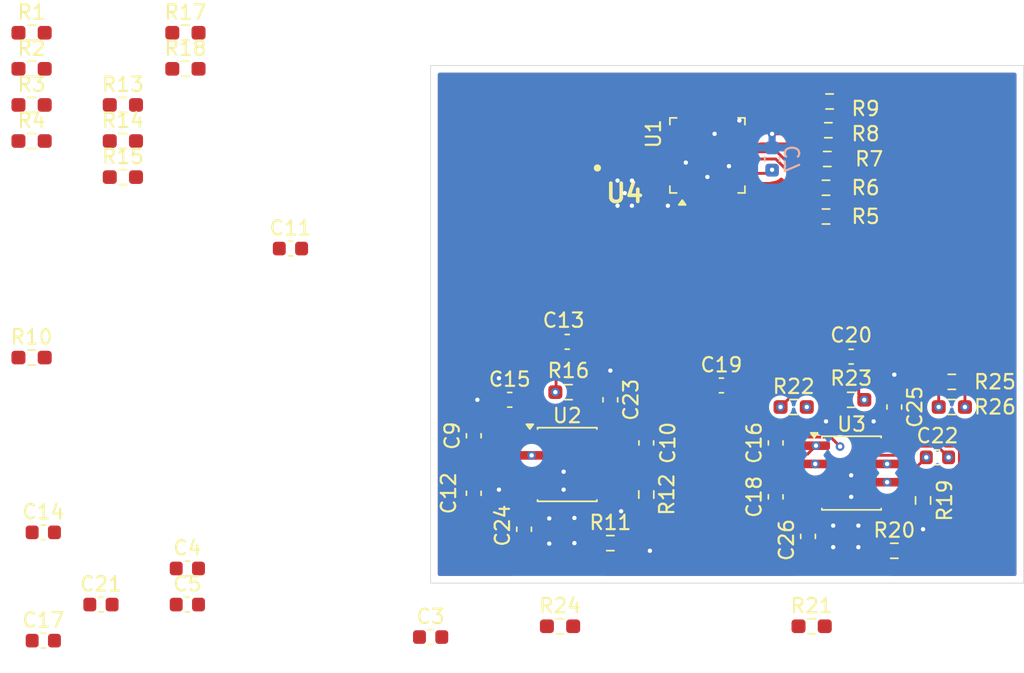
<source format=kicad_pcb>
(kicad_pcb (version 20241229) (generator "pcbnew") (generator_version "9.0")
  (layers (0 "F.Cu" signal) (4 "In1.Cu" signal) (6 "In2.Cu" signal) (2 "B.Cu" signal) (13 "F.Paste" user) (15 "B.Paste" user) (5 "F.SilkS" user "F.Silkscreen") (7 "B.SilkS" user "B.Silkscreen") (1 "F.Mask" user) (3 "B.Mask" user) (25 "Edge.Cuts" user))
  (net 0 "")
  (net 9 "GND")
  (net 10 "DAC1")
  (net 11 "DAC2B")
  (net 12 "DAC2")
  (net 13 "+3.3V")
  (net 14 "DAC1B")
  (net 15 "Net-(U1-MCLK)")
  (net 16 "Net-(U1-SCA)")
  (net 17 "Net-(U1-DATA_CLK)")
  (net 18 "Net-(U1-SCL)")
  (net 19 "Net-(U1-DATA2)")
  (net 20 "Net-(U1-DATA1)")
  (net 21 "Net-(U1-DVDD)")
  (net 22 "Net-(U1-CHIP_EN)")
  (net 23 "Net-(C12-Pad2)")
  (net 24 "Net-(C10-Pad2)")
  (net 25 "Net-(U2A--)")
  (net 26 "Net-(C14-Pad2)")
  (net 27 "Net-(C15-Pad2)")
  (net 28 "Net-(C16-Pad2)")
  (net 29 "Net-(C17-Pad2)")
  (net 30 "Net-(U3A--)")
  (net 31 "Net-(C20-Pad1)")
  (net 32 "Net-(C21-Pad2)")
  (net 33 "+12V")
  (net 34 "-12V")
  (net 35 "+5V")
  (net 36 "/BCLK")
  (net 37 "/WCLK")
  (net 38 "/DATA")
  (net 39 "/SCL")
  (net 40 "/SCA")
  (net 41 "Net-(U4-PG)")
  (net 42 "Net-(U4-SET)")
  (net 43 "Net-(U4-PGFB)")
  (footprint "Package_DFN_QFN:UQFN-32_5x5mm_P0.5mm" (layer "F.Cu") (at 128.5 88 90)
    (property "Reference" "U1" (at 1.5 -3.75 90) (layer "F.SilkS"))
    (property "Value" "ES9039Q2M")
    (pad "1" smd roundrect (at -2.4375 -1.75 90) (size 0.825 0.25) (layers "F.Cu" "F.Mask" "F.Paste") (net 13 "+3.3V"))
    (pad "2" smd roundrect (at -2.4375 -1.25 90) (size 0.825 0.25) (layers "F.Cu" "F.Mask" "F.Paste") (net 14 "DAC1B"))
    (pad "3" smd roundrect (at -2.4375 -0.75 90) (size 0.825 0.25) (layers "F.Cu" "F.Mask" "F.Paste") (net 10 "DAC1"))
    (pad "4" smd roundrect (at -2.4375 -0.25 90) (size 0.825 0.25) (layers "F.Cu" "F.Mask" "F.Paste") (net 9 "GND"))
    (pad "5" smd roundrect (at -2.4375 0.25 90) (size 0.825 0.25) (layers "F.Cu" "F.Mask" "F.Paste") (net 9 "GND"))
    (pad "6" smd roundrect (at -2.4375 0.75 90) (size 0.825 0.25) (layers "F.Cu" "F.Mask" "F.Paste") (net 11 "DAC2B"))
    (pad "7" smd roundrect (at -2.4375 1.25 90) (size 0.825 0.25) (layers "F.Cu" "F.Mask" "F.Paste") (net 12 "DAC2"))
    (pad "8" smd roundrect (at -2.4375 1.75 90) (size 0.825 0.25) (layers "F.Cu" "F.Mask" "F.Paste") (net 13 "+3.3V"))
    (pad "9" smd roundrect (at -1.75 2.4375 90) (size 0.25 0.825) (layers "F.Cu" "F.Mask" "F.Paste") (net 21 "Net-(U1-DVDD)"))
    (pad "10" smd roundrect (at -1.25 2.4375 90) (size 0.25 0.825) (layers "F.Cu" "F.Mask" "F.Paste") (net 13 "+3.3V"))
    (pad "11" smd roundrect (at -0.75 2.4375 90) (size 0.25 0.825) (layers "F.Cu" "F.Mask" "F.Paste") (net 9 "GND"))
    (pad "12" smd roundrect (at -0.25 2.4375 90) (size 0.25 0.825) (layers "F.Cu" "F.Mask" "F.Paste") (net 17 "Net-(U1-DATA_CLK)"))
    (pad "13" smd roundrect (at 0.25 2.4375 90) (size 0.25 0.825) (layers "F.Cu" "F.Mask" "F.Paste") (net 20 "Net-(U1-DATA1)"))
    (pad "14" smd roundrect (at 0.75 2.4375 90) (size 0.25 0.825) (layers "F.Cu" "F.Mask" "F.Paste") (net 19 "Net-(U1-DATA2)"))
    (pad "15" smd roundrect (at 1.25 2.4375 90) (size 0.25 0.825) (layers "F.Cu" "F.Mask" "F.Paste") (net 18 "Net-(U1-SCL)"))
    (pad "16" smd roundrect (at 1.75 2.4375 90) (size 0.25 0.825) (layers "F.Cu" "F.Mask" "F.Paste") (net 16 "Net-(U1-SCA)"))
    (pad "17" smd roundrect (at 2.4375 1.75 90) (size 0.825 0.25) (layers "F.Cu" "F.Mask" "F.Paste") (net 9 "GND"))
    (pad "18" smd roundrect (at 2.4375 1.25 90) (size 0.825 0.25) (layers "F.Cu" "F.Mask" "F.Paste") (net 22 "Net-(U1-CHIP_EN)"))
    (pad "19" smd roundrect (at 2.4375 0.75 90) (size 0.825 0.25) (layers "F.Cu" "F.Mask" "F.Paste") (net 9 "GND"))
    (pad "20" smd roundrect (at 2.4375 0.25 90) (size 0.825 0.25) (layers "F.Cu" "F.Mask" "F.Paste") (net 9 "GND"))
    (pad "21" smd roundrect (at 2.4375 -0.25 90) (size 0.825 0.25) (layers "F.Cu" "F.Mask" "F.Paste"))
    (pad "22" smd roundrect (at 2.4375 -0.75 90) (size 0.825 0.25) (layers "F.Cu" "F.Mask" "F.Paste"))
    (pad "23" smd roundrect (at 2.4375 -1.25 90) (size 0.825 0.25) (layers "F.Cu" "F.Mask" "F.Paste"))
    (pad "24" smd roundrect (at 2.4375 -1.75 90) (size 0.825 0.25) (layers "F.Cu" "F.Mask" "F.Paste"))
    (pad "25" smd roundrect (at 1.75 -2.4375 90) (size 0.25 0.825) (layers "F.Cu" "F.Mask" "F.Paste"))
    (pad "26" smd roundrect (at 1.25 -2.4375 90) (size 0.25 0.825) (layers "F.Cu" "F.Mask" "F.Paste"))
    (pad "27" smd roundrect (at 0.75 -2.4375 90) (size 0.25 0.825) (layers "F.Cu" "F.Mask" "F.Paste"))
    (pad "28" smd roundrect (at 0.25 -2.4375 90) (size 0.25 0.825) (layers "F.Cu" "F.Mask" "F.Paste"))
    (pad "29" smd roundrect (at -0.25 -2.4375 90) (size 0.25 0.825) (layers "F.Cu" "F.Mask" "F.Paste") (net 9 "GND"))
    (pad "30" smd roundrect (at -0.75 -2.4375 90) (size 0.25 0.825) (layers "F.Cu" "F.Mask" "F.Paste") (net 9 "GND"))
    (pad "31" smd roundrect (at -1.25 -2.4375 90) (size 0.25 0.825) (layers "F.Cu" "F.Mask" "F.Paste") (net 13 "+3.3V"))
    (pad "32" smd roundrect (at -1.75 -2.4375 90) (size 0.25 0.825) (layers "F.Cu" "F.Mask" "F.Paste") (net 15 "Net-(U1-MCLK)"))
  )
  (footprint "Resistor_SMD:R_0603_1608Metric_Pad0.98x0.95mm_HandSolder" (layer "F.Cu") (at 92.195 81.98)
    (property "Reference" "R18" (at 0 -1.43 0) (layer "F.SilkS"))
    (property "Value" "140")
    (pad "1" smd roundrect (at -0.9125 0) (size 0.975 0.95) (layers "F.Cu" "F.Mask" "F.Paste") (net 24 "Net-(C10-Pad2)"))
    (pad "2" smd roundrect (at 0.9125 0) (size 0.975 0.95) (layers "F.Cu" "F.Mask" "F.Paste") (net 27 "Net-(C15-Pad2)"))
  )
  (footprint "Resistor_SMD:R_0603_1608Metric_Pad0.98x0.95mm_HandSolder" (layer "F.Cu") (at 81.495 84.49)
    (property "Reference" "R3" (at 0 -1.43 0) (layer "F.SilkS"))
    (property "Value" "453k")
    (pad "1" smd roundrect (at -0.9125 0) (size 0.975 0.95) (layers "F.Cu" "F.Mask" "F.Paste") (net 13 "+3.3V"))
    (pad "2" smd roundrect (at 0.9125 0) (size 0.975 0.95) (layers "F.Cu" "F.Mask" "F.Paste") (net 43 "Net-(U4-PGFB)"))
  )
  (footprint "Resistor_SMD:R_0603_1608Metric_Pad0.98x0.95mm_HandSolder" (layer "F.Cu") (at 87.845 87)
    (property "Reference" "R14" (at 0 -1.43 0) (layer "F.SilkS"))
    (property "Value" "3.6k")
    (pad "1" smd roundrect (at -0.9125 0) (size 0.975 0.95) (layers "F.Cu" "F.Mask" "F.Paste") (net 14 "DAC1B"))
    (pad "2" smd roundrect (at 0.9125 0) (size 0.975 0.95) (layers "F.Cu" "F.Mask" "F.Paste") (net 24 "Net-(C10-Pad2)"))
  )
  (footprint "Resistor_SMD:R_0603_1608Metric_Pad0.98x0.95mm_HandSolder" (layer "F.Cu") (at 124.25 111.5875 -90)
    (property "Reference" "R12" (at 0 -1.43 90) (layer "F.SilkS"))
    (property "Value" "3.6k")
    (pad "1" smd roundrect (at -0.9125 0 270) (size 0.975 0.95) (layers "F.Cu" "F.Mask" "F.Paste") (net 10 "DAC1"))
    (pad "2" smd roundrect (at 0.9125 0 270) (size 0.975 0.95) (layers "F.Cu" "F.Mask" "F.Paste") (net 23 "Net-(C12-Pad2)"))
  )
  (footprint "Capacitor_SMD:C_0603_1608Metric" (layer "F.Cu") (at 82.31 114.22)
    (property "Reference" "C14" (at 0 -1.43 0) (layer "F.SilkS"))
    (property "Value" "2.2n")
    (pad "1" smd roundrect (at -0.775 0) (size 0.9 0.95) (layers "F.Cu" "F.Mask" "F.Paste") (net 9 "GND"))
    (pad "2" smd roundrect (at 0.775 0) (size 0.9 0.95) (layers "F.Cu" "F.Mask" "F.Paste") (net 26 "Net-(C14-Pad2)"))
  )
  (footprint "Resistor_SMD:R_0603_1608Metric_Pad0.98x0.95mm_HandSolder" (layer "F.Cu") (at 137 84.25)
    (property "Reference" "R9" (at 2.5 0.5 0) (layer "F.SilkS"))
    (property "Value" "50")
    (pad "1" smd roundrect (at -0.9125 0) (size 0.975 0.95) (layers "F.Cu" "F.Mask" "F.Paste") (net 16 "Net-(U1-SCA)"))
    (pad "2" smd roundrect (at 0.9125 0) (size 0.975 0.95) (layers "F.Cu" "F.Mask" "F.Paste") (net 40 "/SCA"))
  )
  (footprint "Capacitor_SMD:C_0603_1608Metric" (layer "F.Cu") (at 129.475 104)
    (property "Reference" "C19" (at 0 -1.43 0) (layer "F.SilkS"))
    (property "Value" "1p")
    (pad "1" smd roundrect (at -0.775 0) (size 0.9 0.95) (layers "F.Cu" "F.Mask" "F.Paste") (net 11 "DAC2B"))
    (pad "2" smd roundrect (at 0.775 0) (size 0.9 0.95) (layers "F.Cu" "F.Mask" "F.Paste") (net 12 "DAC2"))
  )
  (footprint "Resistor_SMD:R_0603_1608Metric_Pad0.98x0.95mm_HandSolder" (layer "F.Cu") (at 141.5 115.5)
    (property "Reference" "R20" (at 0 -1.43 0) (layer "F.SilkS"))
    (property "Value" "3.6k")
    (pad "1" smd roundrect (at -0.9125 0) (size 0.975 0.95) (layers "F.Cu" "F.Mask" "F.Paste") (net 12 "DAC2"))
    (pad "2" smd roundrect (at 0.9125 0) (size 0.975 0.95) (layers "F.Cu" "F.Mask" "F.Paste") (net 28 "Net-(C16-Pad2)"))
  )
  (footprint "Capacitor_SMD:C_0603_1608Metric" (layer "F.Cu") (at 99.5 94.48)
    (property "Reference" "C11" (at 0 -1.43 0) (layer "F.SilkS"))
    (property "Value" "1p")
    (pad "1" smd roundrect (at -0.775 0) (size 0.9 0.95) (layers "F.Cu" "F.Mask" "F.Paste") (net 14 "DAC1B"))
    (pad "2" smd roundrect (at 0.775 0) (size 0.9 0.95) (layers "F.Cu" "F.Mask" "F.Paste") (net 10 "DAC1"))
  )
  (footprint "Resistor_SMD:R_0603_1608Metric_Pad0.98x0.95mm_HandSolder" (layer "F.Cu") (at 134.5 105.5)
    (property "Reference" "R22" (at 0 -1.43 0) (layer "F.SilkS"))
    (property "Value" "4.7k")
    (pad "1" smd roundrect (at -0.9125 0) (size 0.975 0.95) (layers "F.Cu" "F.Mask" "F.Paste") (net 30 "Net-(U3A--)"))
    (pad "2" smd roundrect (at 0.9125 0) (size 0.975 0.95) (layers "F.Cu" "F.Mask" "F.Paste") (net 28 "Net-(C16-Pad2)"))
  )
  (footprint "Capacitor_SMD:C_0603_1608Metric" (layer "F.Cu") (at 121.75 105 -90)
    (property "Reference" "C23" (at 0 -1.43 90) (layer "F.SilkS"))
    (property "Value" "100n")
    (pad "1" smd roundrect (at -0.775 0 270) (size 0.9 0.95) (layers "F.Cu" "F.Mask" "F.Paste") (net 9 "GND"))
    (pad "2" smd roundrect (at 0.775 0 270) (size 0.9 0.95) (layers "F.Cu" "F.Mask" "F.Paste") (net 33 "+12V"))
  )
  (footprint "Capacitor_SMD:C_0603_1608Metric" (layer "F.Cu") (at 124.25 108 90)
    (property "Reference" "C10" (at 0 1.5 90) (layer "F.SilkS"))
    (property "Value" "510p")
    (pad "1" smd roundrect (at -0.775 0 90) (size 0.9 0.95) (layers "F.Cu" "F.Mask" "F.Paste") (net 14 "DAC1B"))
    (pad "2" smd roundrect (at 0.775 0 90) (size 0.9 0.95) (layers "F.Cu" "F.Mask" "F.Paste") (net 24 "Net-(C10-Pad2)"))
  )
  (footprint "Resistor_SMD:R_0603_1608Metric_Pad0.98x0.95mm_HandSolder" (layer "F.Cu") (at 136.75 90.25)
    (property "Reference" "R6" (at 2.75 0 0) (layer "F.SilkS"))
    (property "Value" "50")
    (pad "1" smd roundrect (at -0.9125 0) (size 0.975 0.95) (layers "F.Cu" "F.Mask" "F.Paste") (net 20 "Net-(U1-DATA1)"))
    (pad "2" smd roundrect (at 0.9125 0) (size 0.975 0.95) (layers "F.Cu" "F.Mask" "F.Paste") (net 37 "/WCLK"))
  )
  (footprint "Capacitor_SMD:C_0603_1608Metric" (layer "F.Cu") (at 92.33 116.73)
    (property "Reference" "C4" (at 0 -1.43 0) (layer "F.SilkS"))
    (property "Value" "100n")
    (pad "1" smd roundrect (at -0.775 0) (size 0.9 0.95) (layers "F.Cu" "F.Mask" "F.Paste") (net 9 "GND"))
    (pad "2" smd roundrect (at 0.775 0) (size 0.9 0.95) (layers "F.Cu" "F.Mask" "F.Paste") (net 13 "+3.3V"))
  )
  (footprint "Capacitor_SMD:C_0603_1608Metric" (layer "F.Cu") (at 112.25 107.5 -90)
    (property "Reference" "C9" (at 0 1.5 90) (layer "F.SilkS"))
    (property "Value" "510p")
    (pad "1" smd roundrect (at -0.775 0 270) (size 0.9 0.95) (layers "F.Cu" "F.Mask" "F.Paste") (net 10 "DAC1"))
    (pad "2" smd roundrect (at 0.775 0 270) (size 0.9 0.95) (layers "F.Cu" "F.Mask" "F.Paste") (net 23 "Net-(C12-Pad2)"))
  )
  (footprint "Capacitor_SMD:C_0603_1608Metric" (layer "F.Cu") (at 112.25 111.5 -90)
    (property "Reference" "C12" (at 0 1.75 90) (layer "F.SilkS"))
    (property "Value" "10p")
    (pad "1" smd roundrect (at -0.775 0 270) (size 0.9 0.95) (layers "F.Cu" "F.Mask" "F.Paste") (net 25 "Net-(U2A--)"))
    (pad "2" smd roundrect (at 0.775 0 270) (size 0.9 0.95) (layers "F.Cu" "F.Mask" "F.Paste") (net 23 "Net-(C12-Pad2)"))
  )
  (footprint "Capacitor_SMD:C_0603_1608Metric" (layer "F.Cu") (at 92.33 119.24)
    (property "Reference" "C5" (at 0 -1.43 0) (layer "F.SilkS"))
    (property "Value" "100n")
    (pad "1" smd roundrect (at -0.775 0) (size 0.9 0.95) (layers "F.Cu" "F.Mask" "F.Paste") (net 13 "+3.3V"))
    (pad "2" smd roundrect (at 0.775 0) (size 0.9 0.95) (layers "F.Cu" "F.Mask" "F.Paste") (net 9 "GND"))
  )
  (footprint "Resistor_SMD:R_0603_1608Metric_Pad0.98x0.95mm_HandSolder" (layer "F.Cu") (at 81.495 81.98)
    (property "Reference" "R2" (at 0 -1.43 0) (layer "F.SilkS"))
    (property "Value" "33.2k")
    (pad "1" smd roundrect (at -0.9125 0) (size 0.975 0.95) (layers "F.Cu" "F.Mask" "F.Paste") (net 42 "Net-(U4-SET)"))
    (pad "2" smd roundrect (at 0.9125 0) (size 0.975 0.95) (layers "F.Cu" "F.Mask" "F.Paste") (net 9 "GND"))
  )
  (footprint "Custom:SON45P300X300X80-13N-D" (layer "F.Cu") (at 122.75 90.625)
    (property "Reference" "U4" (at 0 0 0) (layer "F.SilkS") (effects (font (size 1.27 1.27) (thickness 0.254))))
    (property "Value" "LT3046ATC+" (hide yes))
    (pad "1" smd rect (at -1.5 -1.125 90) (size 0.25 0.8) (layers "F.Cu" "F.Mask" "F.Paste") (net 35 "+5V"))
    (pad "2" smd rect (at -1.5 -0.675 90) (size 0.25 0.8) (layers "F.Cu" "F.Mask" "F.Paste") (net 35 "+5V"))
    (pad "3" smd rect (at -1.5 -0.225 90) (size 0.25 0.8) (layers "F.Cu" "F.Mask" "F.Paste") (net 35 "+5V"))
    (pad "4" smd rect (at -1.5 0.225 90) (size 0.25 0.8) (layers "F.Cu" "F.Mask" "F.Paste"))
    (pad "5" smd rect (at -1.5 0.675 90) (size 0.25 0.8) (layers "F.Cu" "F.Mask" "F.Paste"))
    (pad "6" smd rect (at -1.5 1.125 90) (size 0.25 0.8) (layers "F.Cu" "F.Mask" "F.Paste") (net 9 "GND"))
    (pad "7" smd rect (at 1.5 1.125 90) (size 0.25 0.8) (layers "F.Cu" "F.Mask" "F.Paste"))
    (pad "8" smd rect (at 1.5 0.675 90) (size 0.25 0.8) (layers "F.Cu" "F.Mask" "F.Paste") (net 42 "Net-(U4-SET)"))
    (pad "9" smd rect (at 1.5 0.225 90) (size 0.25 0.8) (layers "F.Cu" "F.Mask" "F.Paste") (net 9 "GND"))
    (pad "10" smd rect (at 1.5 -0.225 90) (size 0.25 0.8) (layers "F.Cu" "F.Mask" "F.Paste") (net 13 "+3.3V"))
    (pad "11" smd rect (at 1.5 -0.675 90) (size 0.25 0.8) (layers "F.Cu" "F.Mask" "F.Paste") (net 13 "+3.3V"))
    (pad "12" smd rect (at 1.5 -1.125 90) (size 0.25 0.8) (layers "F.Cu" "F.Mask" "F.Paste") (net 13 "+3.3V"))
    (pad "13" smd rect (at 0 0) (size 1.75 2.48) (layers "F.Cu" "F.Mask" "F.Paste") (net 9 "GND"))
  )
  (footprint "Resistor_SMD:R_0603_1608Metric_Pad0.98x0.95mm_HandSolder" (layer "F.Cu") (at 81.495 102.06)
    (property "Reference" "R10" (at 0 -1.43 0) (layer "F.SilkS"))
    (property "Value" "100k")
    (pad "1" smd roundrect (at -0.9125 0) (size 0.975 0.95) (layers "F.Cu" "F.Mask" "F.Paste") (net 13 "+3.3V"))
    (pad "2" smd roundrect (at 0.9125 0) (size 0.975 0.95) (layers "F.Cu" "F.Mask" "F.Paste") (net 22 "Net-(U1-CHIP_EN)"))
  )
  (footprint "Capacitor_SMD:C_0603_1608Metric" (layer "F.Cu") (at 133.25 108 -90)
    (property "Reference" "C16" (at 0 1.5 90) (layer "F.SilkS"))
    (property "Value" "510p")
    (pad "1" smd roundrect (at -0.775 0 270) (size 0.9 0.95) (layers "F.Cu" "F.Mask" "F.Paste") (net 12 "DAC2"))
    (pad "2" smd roundrect (at 0.775 0 270) (size 0.9 0.95) (layers "F.Cu" "F.Mask" "F.Paste") (net 28 "Net-(C16-Pad2)"))
  )
  (footprint "Resistor_SMD:R_0603_1608Metric_Pad0.98x0.95mm_HandSolder" (layer "F.Cu") (at 143.5 112 90)
    (property "Reference" "R19" (at 0 1.5 90) (layer "F.SilkS"))
    (property "Value" "3.6k")
    (pad "1" smd roundrect (at -0.9125 0 90) (size 0.975 0.95) (layers "F.Cu" "F.Mask" "F.Paste") (net 12 "DAC2"))
    (pad "2" smd roundrect (at 0.9125 0 90) (size 0.975 0.95) (layers "F.Cu" "F.Mask" "F.Paste") (net 28 "Net-(C16-Pad2)"))
  )
  (footprint "Capacitor_SMD:C_0603_1608Metric" (layer "F.Cu") (at 114.75 105)
    (property "Reference" "C15" (at 0 -1.43 0) (layer "F.SilkS"))
    (property "Value" "2.2n")
    (pad "1" smd roundrect (at -0.775 0) (size 0.9 0.95) (layers "F.Cu" "F.Mask" "F.Paste") (net 9 "GND"))
    (pad "2" smd roundrect (at 0.775 0) (size 0.9 0.95) (layers "F.Cu" "F.Mask" "F.Paste") (net 27 "Net-(C15-Pad2)"))
  )
  (footprint "Resistor_SMD:R_0603_1608Metric_Pad0.98x0.95mm_HandSolder" (layer "F.Cu") (at 136.9125 86.25)
    (property "Reference" "R8" (at 2.5875 0.25 0) (layer "F.SilkS"))
    (property "Value" "50")
    (pad "1" smd roundrect (at -0.9125 0) (size 0.975 0.95) (layers "F.Cu" "F.Mask" "F.Paste") (net 18 "Net-(U1-SCL)"))
    (pad "2" smd roundrect (at 0.9125 0) (size 0.975 0.95) (layers "F.Cu" "F.Mask" "F.Paste") (net 39 "/SCL"))
  )
  (footprint "Resistor_SMD:R_0603_1608Metric_Pad0.98x0.95mm_HandSolder" (layer "F.Cu") (at 135.75 120.75)
    (property "Reference" "R21" (at 0 -1.43 0) (layer "F.SilkS"))
    (property "Value" "140")
    (pad "1" smd roundrect (at -0.9125 0) (size 0.975 0.95) (layers "F.Cu" "F.Mask" "F.Paste") (net 28 "Net-(C16-Pad2)"))
    (pad "2" smd roundrect (at 0.9125 0) (size 0.975 0.95) (layers "F.Cu" "F.Mask" "F.Paste") (net 29 "Net-(C17-Pad2)"))
  )
  (footprint "Capacitor_SMD:C_0603_1608Metric" (layer "F.Cu") (at 82.31 121.75)
    (property "Reference" "C17" (at 0 -1.43 0) (layer "F.SilkS"))
    (property "Value" "2.2n")
    (pad "1" smd roundrect (at -0.775 0) (size 0.9 0.95) (layers "F.Cu" "F.Mask" "F.Paste") (net 9 "GND"))
    (pad "2" smd roundrect (at 0.775 0) (size 0.9 0.95) (layers "F.Cu" "F.Mask" "F.Paste") (net 29 "Net-(C17-Pad2)"))
  )
  (footprint "Resistor_SMD:R_0603_1608Metric_Pad0.98x0.95mm_HandSolder" (layer "F.Cu") (at 138.5 105 180)
    (property "Reference" "R23" (at 0 1.5 0) (layer "F.SilkS"))
    (property "Value" "4.7k")
    (pad "1" smd roundrect (at -0.9125 0 180) (size 0.975 0.95) (layers "F.Cu" "F.Mask" "F.Paste") (net 31 "Net-(C20-Pad1)"))
    (pad "2" smd roundrect (at 0.9125 0 180) (size 0.975 0.95) (layers "F.Cu" "F.Mask" "F.Paste") (net 30 "Net-(U3A--)"))
  )
  (footprint "Capacitor_SMD:C_0603_1608Metric" (layer "F.Cu") (at 138.5 102 180)
    (property "Reference" "C20" (at 0 1.5 0) (layer "F.SilkS"))
    (property "Value" "10p")
    (pad "1" smd roundrect (at -0.775 0 180) (size 0.9 0.95) (layers "F.Cu" "F.Mask" "F.Paste") (net 31 "Net-(C20-Pad1)"))
    (pad "2" smd roundrect (at 0.775 0 180) (size 0.9 0.95) (layers "F.Cu" "F.Mask" "F.Paste") (net 30 "Net-(U3A--)"))
  )
  (footprint "Resistor_SMD:R_0603_1608Metric_Pad0.98x0.95mm_HandSolder" (layer "F.Cu") (at 92.195 79.47)
    (property "Reference" "R17" (at 0 -1.43 0) (layer "F.SilkS"))
    (property "Value" "140")
    (pad "1" smd roundrect (at -0.9125 0) (size 0.975 0.95) (layers "F.Cu" "F.Mask" "F.Paste") (net 23 "Net-(C12-Pad2)"))
    (pad "2" smd roundrect (at 0.9125 0) (size 0.975 0.95) (layers "F.Cu" "F.Mask" "F.Paste") (net 26 "Net-(C14-Pad2)"))
  )
  (footprint "Resistor_SMD:R_0603_1608Metric_Pad0.98x0.95mm_HandSolder" (layer "F.Cu") (at 136.8375 88.25)
    (property "Reference" "R7" (at 2.9125 0 0) (layer "F.SilkS"))
    (property "Value" "50")
    (pad "1" smd roundrect (at -0.9125 0) (size 0.975 0.95) (layers "F.Cu" "F.Mask" "F.Paste") (net 19 "Net-(U1-DATA2)"))
    (pad "2" smd roundrect (at 0.9125 0) (size 0.975 0.95) (layers "F.Cu" "F.Mask" "F.Paste") (net 38 "/DATA"))
  )
  (footprint "Resistor_SMD:R_0603_1608Metric_Pad0.98x0.95mm_HandSolder" (layer "F.Cu") (at 87.845 84.49)
    (property "Reference" "R13" (at 0 -1.43 0) (layer "F.SilkS"))
    (property "Value" "3.6k")
    (pad "1" smd roundrect (at -0.9125 0) (size 0.975 0.95) (layers "F.Cu" "F.Mask" "F.Paste") (net 14 "DAC1B"))
    (pad "2" smd roundrect (at 0.9125 0) (size 0.975 0.95) (layers "F.Cu" "F.Mask" "F.Paste") (net 24 "Net-(C10-Pad2)"))
  )
  (footprint "Capacitor_SMD:C_0603_1608Metric" (layer "F.Cu") (at 115.75 114 -90)
    (property "Reference" "C24" (at -0.25 1.5 90) (layer "F.SilkS"))
    (property "Value" "100n")
    (pad "1" smd roundrect (at -0.775 0 270) (size 0.9 0.95) (layers "F.Cu" "F.Mask" "F.Paste") (net 34 "-12V"))
    (pad "2" smd roundrect (at 0.775 0 270) (size 0.9 0.95) (layers "F.Cu" "F.Mask" "F.Paste") (net 9 "GND"))
  )
  (footprint "Capacitor_SMD:C_0603_1608Metric" (layer "F.Cu") (at 141.5 105.5 -90)
    (property "Reference" "C25" (at 0 -1.43 90) (layer "F.SilkS"))
    (property "Value" "100n")
    (pad "1" smd roundrect (at -0.775 0 270) (size 0.9 0.95) (layers "F.Cu" "F.Mask" "F.Paste") (net 9 "GND"))
    (pad "2" smd roundrect (at 0.775 0 270) (size 0.9 0.95) (layers "F.Cu" "F.Mask" "F.Paste") (net 33 "+12V"))
  )
  (footprint "Resistor_SMD:R_0603_1608Metric_Pad0.98x0.95mm_HandSolder" (layer "F.Cu") (at 87.845 89.51)
    (property "Reference" "R15" (at 0 -1.43 0) (layer "F.SilkS"))
    (property "Value" "4.7k")
    (pad "1" smd roundrect (at -0.9125 0) (size 0.975 0.95) (layers "F.Cu" "F.Mask" "F.Paste") (net 25 "Net-(U2A--)"))
    (pad "2" smd roundrect (at 0.9125 0) (size 0.975 0.95) (layers "F.Cu" "F.Mask" "F.Paste") (net 23 "Net-(C12-Pad2)"))
  )
  (footprint "Resistor_SMD:R_0603_1608Metric_Pad0.98x0.95mm_HandSolder" (layer "F.Cu") (at 145.5 103.75)
    (property "Reference" "R25" (at 3 0 0) (layer "F.SilkS"))
    (property "Value" "3.6k")
    (pad "1" smd roundrect (at -0.9125 0) (size 0.975 0.95) (layers "F.Cu" "F.Mask" "F.Paste") (net 11 "DAC2B"))
    (pad "2" smd roundrect (at 0.9125 0) (size 0.975 0.95) (layers "F.Cu" "F.Mask" "F.Paste") (net 31 "Net-(C20-Pad1)"))
  )
  (footprint "Package_SO:SOIC-8_3.9x4.9mm_P1.27mm" (layer "F.Cu") (at 118.75 109.5)
    (property "Reference" "U2" (at 0 -3.4 0) (layer "F.SilkS"))
    (property "Value" "OPA1612AxD")
    (pad "1" smd roundrect (at -2.475 -1.905) (size 1.95 0.6) (layers "F.Cu" "F.Mask" "F.Paste") (net 23 "Net-(C12-Pad2)"))
    (pad "2" smd roundrect (at -2.475 -0.635) (size 1.95 0.6) (layers "F.Cu" "F.Mask" "F.Paste") (net 25 "Net-(U2A--)"))
    (pad "3" smd roundrect (at -2.475 0.635) (size 1.95 0.6) (layers "F.Cu" "F.Mask" "F.Paste") (net 9 "GND"))
    (pad "4" smd roundrect (at -2.475 1.905) (size 1.95 0.6) (layers "F.Cu" "F.Mask" "F.Paste") (net 34 "-12V"))
    (pad "5" smd roundrect (at 2.475 1.905) (size 1.95 0.6) (layers "F.Cu" "F.Mask" "F.Paste") (net 10 "DAC1"))
    (pad "6" smd roundrect (at 2.475 0.635) (size 1.95 0.6) (layers "F.Cu" "F.Mask" "F.Paste") (net 14 "DAC1B"))
    (pad "7" smd roundrect (at 2.475 -0.635) (size 1.95 0.6) (layers "F.Cu" "F.Mask" "F.Paste") (net 24 "Net-(C10-Pad2)"))
    (pad "8" smd roundrect (at 2.475 -1.905) (size 1.95 0.6) (layers "F.Cu" "F.Mask" "F.Paste") (net 33 "+12V"))
  )
  (footprint "Capacitor_SMD:C_0603_1608Metric" (layer "F.Cu") (at 118.75 100.9675 180)
    (property "Reference" "C13" (at 0.25 1.5 0) (layer "F.SilkS"))
    (property "Value" "10p")
    (pad "1" smd roundrect (at -0.775 0 180) (size 0.9 0.95) (layers "F.Cu" "F.Mask" "F.Paste") (net 24 "Net-(C10-Pad2)"))
    (pad "2" smd roundrect (at 0.775 0 180) (size 0.9 0.95) (layers "F.Cu" "F.Mask" "F.Paste") (net 25 "Net-(U2A--)"))
  )
  (footprint "Resistor_SMD:R_0603_1608Metric_Pad0.98x0.95mm_HandSolder" (layer "F.Cu") (at 81.495 79.47)
    (property "Reference" "R1" (at 0 -1.43 0) (layer "F.SilkS"))
    (property "Value" "200k")
    (pad "1" smd roundrect (at -0.9125 0) (size 0.975 0.95) (layers "F.Cu" "F.Mask" "F.Paste") (net 35 "+5V"))
    (pad "2" smd roundrect (at 0.9125 0) (size 0.975 0.95) (layers "F.Cu" "F.Mask" "F.Paste") (net 41 "Net-(U4-PG)"))
  )
  (footprint "Resistor_SMD:R_0603_1608Metric_Pad0.98x0.95mm_HandSolder" (layer "F.Cu") (at 136.75 92.25)
    (property "Reference" "R5" (at 2.75 0 0) (layer "F.SilkS"))
    (property "Value" "50")
    (pad "1" smd roundrect (at -0.9125 0) (size 0.975 0.95) (layers "F.Cu" "F.Mask" "F.Paste") (net 17 "Net-(U1-DATA_CLK)"))
    (pad "2" smd roundrect (at 0.9125 0) (size 0.975 0.95) (layers "F.Cu" "F.Mask" "F.Paste") (net 36 "/BCLK"))
  )
  (footprint "Capacitor_SMD:C_0603_1608Metric" (layer "F.Cu") (at 144.5 109)
    (property "Reference" "C22" (at 0 -1.5 0) (layer "F.SilkS"))
    (property "Value" "510p")
    (pad "1" smd roundrect (at -0.775 0) (size 0.9 0.95) (layers "F.Cu" "F.Mask" "F.Paste") (net 11 "DAC2B"))
    (pad "2" smd roundrect (at 0.775 0) (size 0.9 0.95) (layers "F.Cu" "F.Mask" "F.Paste") (net 31 "Net-(C20-Pad1)"))
  )
  (footprint "Resistor_SMD:R_0603_1608Metric_Pad0.98x0.95mm_HandSolder" (layer "F.Cu") (at 145.5 105.5)
    (property "Reference" "R26" (at 3 0 0) (layer "F.SilkS"))
    (property "Value" "3.6k")
    (pad "1" smd roundrect (at -0.9125 0) (size 0.975 0.95) (layers "F.Cu" "F.Mask" "F.Paste") (net 11 "DAC2B"))
    (pad "2" smd roundrect (at 0.9125 0) (size 0.975 0.95) (layers "F.Cu" "F.Mask" "F.Paste") (net 31 "Net-(C20-Pad1)"))
  )
  (footprint "Capacitor_SMD:C_0603_1608Metric" (layer "F.Cu") (at 135.5 114.5 -90)
    (property "Reference" "C26" (at 0.25 1.5 90) (layer "F.SilkS"))
    (property "Value" "100n")
    (pad "1" smd roundrect (at -0.775 0 270) (size 0.9 0.95) (layers "F.Cu" "F.Mask" "F.Paste") (net 34 "-12V"))
    (pad "2" smd roundrect (at 0.775 0 270) (size 0.9 0.95) (layers "F.Cu" "F.Mask" "F.Paste") (net 9 "GND"))
  )
  (footprint "Capacitor_SMD:C_0603_1608Metric" (layer "F.Cu") (at 109.25 121.5)
    (property "Reference" "C3" (at 0 -1.43 0) (layer "F.SilkS"))
    (property "Value" "100n")
    (pad "1" smd roundrect (at -0.775 0) (size 0.9 0.95) (layers "F.Cu" "F.Mask" "F.Paste") (net 13 "+3.3V"))
    (pad "2" smd roundrect (at 0.775 0) (size 0.9 0.95) (layers "F.Cu" "F.Mask" "F.Paste") (net 9 "GND"))
  )
  (footprint "Resistor_SMD:R_0603_1608Metric_Pad0.98x0.95mm_HandSolder" (layer "F.Cu") (at 81.495 87)
    (property "Reference" "R4" (at 0 -1.43 0) (layer "F.SilkS"))
    (property "Value" "49.9k")
    (pad "1" smd roundrect (at -0.9125 0) (size 0.975 0.95) (layers "F.Cu" "F.Mask" "F.Paste") (net 43 "Net-(U4-PGFB)"))
    (pad "2" smd roundrect (at 0.9125 0) (size 0.975 0.95) (layers "F.Cu" "F.Mask" "F.Paste") (net 9 "GND"))
  )
  (footprint "Capacitor_SMD:C_0603_1608Metric" (layer "F.Cu") (at 86.32 119.24)
    (property "Reference" "C21" (at 0 -1.43 0) (layer "F.SilkS"))
    (property "Value" "2.2n")
    (pad "1" smd roundrect (at -0.775 0) (size 0.9 0.95) (layers "F.Cu" "F.Mask" "F.Paste") (net 9 "GND"))
    (pad "2" smd roundrect (at 0.775 0) (size 0.9 0.95) (layers "F.Cu" "F.Mask" "F.Paste") (net 32 "Net-(C21-Pad2)"))
  )
  (footprint "Resistor_SMD:R_0603_1608Metric_Pad0.98x0.95mm_HandSolder" (layer "F.Cu") (at 121.75 114.9675)
    (property "Reference" "R11" (at 0 -1.43 0) (layer "F.SilkS"))
    (property "Value" "3.6k")
    (pad "1" smd roundrect (at -0.9125 0) (size 0.975 0.95) (layers "F.Cu" "F.Mask" "F.Paste") (net 10 "DAC1"))
    (pad "2" smd roundrect (at 0.9125 0) (size 0.975 0.95) (layers "F.Cu" "F.Mask" "F.Paste") (net 23 "Net-(C12-Pad2)"))
  )
  (footprint "Package_SO:SOIC-8_3.9x4.9mm_P1.27mm" (layer "F.Cu") (at 138.525 110.095)
    (property "Reference" "U3" (at 0 -3.4 0) (layer "F.SilkS"))
    (property "Value" "OPA1612AxD")
    (pad "1" smd roundrect (at -2.475 -1.905) (size 1.95 0.6) (layers "F.Cu" "F.Mask" "F.Paste") (net 28 "Net-(C16-Pad2)"))
    (pad "2" smd roundrect (at -2.475 -0.635) (size 1.95 0.6) (layers "F.Cu" "F.Mask" "F.Paste") (net 30 "Net-(U3A--)"))
    (pad "3" smd roundrect (at -2.475 0.635) (size 1.95 0.6) (layers "F.Cu" "F.Mask" "F.Paste") (net 9 "GND"))
    (pad "4" smd roundrect (at -2.475 1.905) (size 1.95 0.6) (layers "F.Cu" "F.Mask" "F.Paste") (net 34 "-12V"))
    (pad "5" smd roundrect (at 2.475 1.905) (size 1.95 0.6) (layers "F.Cu" "F.Mask" "F.Paste") (net 12 "DAC2"))
    (pad "6" smd roundrect (at 2.475 0.635) (size 1.95 0.6) (layers "F.Cu" "F.Mask" "F.Paste") (net 11 "DAC2B"))
    (pad "7" smd roundrect (at 2.475 -0.635) (size 1.95 0.6) (layers "F.Cu" "F.Mask" "F.Paste") (net 31 "Net-(C20-Pad1)"))
    (pad "8" smd roundrect (at 2.475 -1.905) (size 1.95 0.6) (layers "F.Cu" "F.Mask" "F.Paste") (net 33 "+12V"))
  )
  (footprint "Capacitor_SMD:C_0603_1608Metric" (layer "F.Cu") (at 133.25 111.75 -90)
    (property "Reference" "C18" (at 0 1.5 90) (layer "F.SilkS"))
    (property "Value" "10p")
    (pad "1" smd roundrect (at -0.775 0 270) (size 0.9 0.95) (layers "F.Cu" "F.Mask" "F.Paste") (net 30 "Net-(U3A--)"))
    (pad "2" smd roundrect (at 0.775 0 270) (size 0.9 0.95) (layers "F.Cu" "F.Mask" "F.Paste") (net 28 "Net-(C16-Pad2)"))
  )
  (footprint "Resistor_SMD:R_0603_1608Metric_Pad0.98x0.95mm_HandSolder" (layer "F.Cu") (at 118.8375 104.4675 180)
    (property "Reference" "R16" (at 0 1.5 0) (layer "F.SilkS"))
    (property "Value" "4.7k")
    (pad "1" smd roundrect (at -0.9125 0 180) (size 0.975 0.95) (layers "F.Cu" "F.Mask" "F.Paste") (net 24 "Net-(C10-Pad2)"))
    (pad "2" smd roundrect (at 0.9125 0 180) (size 0.975 0.95) (layers "F.Cu" "F.Mask" "F.Paste") (net 25 "Net-(U2A--)"))
  )
  (footprint "Resistor_SMD:R_0603_1608Metric_Pad0.98x0.95mm_HandSolder" (layer "F.Cu") (at 118.25 120.75)
    (property "Reference" "R24" (at 0 -1.43 0) (layer "F.SilkS"))
    (property "Value" "140")
    (pad "1" smd roundrect (at -0.9125 0) (size 0.975 0.95) (layers "F.Cu" "F.Mask" "F.Paste") (net 31 "Net-(C20-Pad1)"))
    (pad "2" smd roundrect (at 0.9125 0) (size 0.975 0.95) (layers "F.Cu" "F.Mask" "F.Paste") (net 32 "Net-(C21-Pad2)"))
  )
  (footprint "Capacitor_SMD:C_0603_1608Metric" (layer "B.Cu") (at 133 88.25 90)
    (property "Reference" "C7" (at 0 1.43 90) (layer "B.SilkS") (effects (justify mirror)))
    (property "Value" "100n")
    (pad "1" smd roundrect (at -0.775 0 90) (size 0.9 0.95) (layers "B.Cu" "B.Mask" "B.Paste") (net 13 "+3.3V"))
    (pad "2" smd roundrect (at 0.775 0 90) (size 0.9 0.95) (layers "B.Cu" "B.Mask" "B.Paste") (net 9 "GND"))
  )
  (gr_rect (start 109.25 81.75) (end 150.5 117.75) (stroke (width 0.05)) (fill no) (layer "Edge.Cuts"))
  (segment (start 126.0625 88.75) (end 126.75 88.75) (width 0.2) (layer "F.Cu") (net 9))
  (segment (start 128.75 85.5625) (end 128.75 86.25) (width 0.2) (layer "F.Cu") (net 9))
  (segment (start 130.25 85.5625) (end 130.71149 85.5625) (width 0.2) (layer "F.Cu") (net 9))
  (segment (start 129.25 85.5625) (end 129.25 86.25) (width 0.2) (layer "F.Cu") (net 9))
  (segment (start 130.71149 85.5625) (end 130.72399 85.575) (width 0.2) (layer "F.Cu") (net 9))
  (segment (start 124.25 90.85) (end 122.975 90.85) (width 0.2) (layer "F.Cu") (net 9))
  (segment (start 122.975 90.85) (end 122.75 90.625) (width 0.2) (layer "F.Cu") (net 9))
  (segment (start 128.75 86.25) (end 129 86.5) (width 0.2) (layer "F.Cu") (net 9))
  (segment (start 121.25 91.75) (end 122 91.75) (width 0.2) (layer "F.Cu") (net 9))
  (segment (start 116.39 110.25) (end 116.275 110.135) (width 0.2) (layer "F.Cu") (net 9))
  (segment (start 126.0625 88.25) (end 126.75 88.25) (width 0.2) (layer "F.Cu") (net 9))
  (segment (start 122 91.75) (end 122.25 91.5) (width 0.2) (layer "F.Cu") (net 9))
  (segment (start 126.75 88.25) (end 127 88.5) (width 0.2) (layer "F.Cu") (net 9))
  (segment (start 130 88.75) (end 130.9375 88.75) (width 0.2) (layer "F.Cu") (net 9))
  (segment (start 126.75 88.75) (end 127 88.5) (width 0.2) (layer "F.Cu") (net 9))
  (segment (start 128.75 89.75) (end 128.75 90.4375) (width 0.2) (layer "F.Cu") (net 9))
  (segment (start 128.25 90.4375) (end 128.25 89.75) (width 0.2) (layer "F.Cu") (net 9))
  (segment (start 129.25 86.25) (end 129 86.5) (width 0.2) (layer "F.Cu") (net 9))
  (segment (start 128.25 89.75) (end 128.5 89.5) (width 0.2) (layer "F.Cu") (net 9))
  (segment (start 128.5 89.5) (end 128.75 89.75) (width 0.2) (layer "F.Cu") (net 9))
  (via (at 137.25 113.75) (size 0.6) (drill 0.3) (layers "F.Cu" "B.Cu") (net 9))
  (via (at 114 103.5) (size 0.6) (drill 0.3) (layers "F.Cu" "B.Cu") (net 9))
  (via (at 122.25 91.5) (size 0.6) (drill 0.3) (layers "F.Cu" "B.Cu") (net 9))
  (via (at 130 88.75) (size 0.6) (drill 0.3) (layers "F.Cu" "B.Cu") (net 9))
  (via (at 122.749998 90.625) (size 0.6) (drill 0.3) (layers "F.Cu" "B.Cu") (net 9))
  (via (at 119.25 114.9675) (size 0.6) (drill 0.3) (layers "F.Cu" "B.Cu") (net 9))
  (via (at 141.5 103.25) (size 0.6) (drill 0.3) (layers "F.Cu" "B.Cu") (net 9))
  (via (at 143.5 114) (size 0.6) (drill 0.3) (layers "F.Cu" "B.Cu") (net 9))
  (via (at 117.5 115) (size 0.6) (drill 0.3) (layers "F.Cu" "B.Cu") (net 9))
  (via (at 133 86.5) (size 0.6) (drill 0.3) (layers "F.Cu" "B.Cu") (net 9))
  (via (at 118.5 110) (size 0.6) (drill 0.3) (layers "F.Cu" "B.Cu") (net 9))
  (via (at 123.25 89.75) (size 0.6) (drill 0.3) (layers "F.Cu" "B.Cu") (net 9))
  (via (at 138.5 111.75) (size 0.6) (drill 0.3) (layers "F.Cu" "B.Cu") (net 9))
  (via (at 117.5 113.25) (size 0.6) (drill 0.3) (layers "F.Cu" "B.Cu") (net 9))
  (via (at 139 113.75) (size 0.6) (drill 0.3) (layers "F.Cu" "B.Cu") (net 9))
  (via (at 121.75 102.9675) (size 0.6) (drill 0.3) (layers "F.Cu" "B.Cu") (net 9))
  (via (at 136.75 106.5) (size 0.6) (drill 0.3) (layers "F.Cu" "B.Cu") (net 9))
  (via (at 122.5 112.75) (size 0.6) (drill 0.3) (layers "F.Cu" "B.Cu") (net 9))
  (via (at 124.5 115.5) (size 0.6) (drill 0.3) (layers "F.Cu" "B.Cu") (net 9))
  (via (at 128.5 89.5) (size 0.6) (drill 0.3) (layers "F.Cu" "B.Cu") (net 9))
  (via (at 122.25 89.75) (size 0.6) (drill 0.3) (layers "F.Cu" "B.Cu") (net 9))
  (via (at 127 88.5) (size 0.6) (drill 0.3) (layers "F.Cu" "B.Cu") (net 9))
  (via (at 112.5 105) (size 0.6) (drill 0.3) (layers "F.Cu" "B.Cu") (net 9))
  (via (at 125.75 91.5) (size 0.6) (drill 0.3) (layers "F.Cu" "B.Cu") (net 9))
  (via (at 140.0625 106.5) (size 0.6) (drill 0.3) (layers "F.Cu" "B.Cu") (net 9))
  (via (at 130.72399 85.575) (size 0.6) (drill 0.3) (layers "F.Cu" "B.Cu") (net 9))
  (via (at 118.5 111.25) (size 0.6) (drill 0.3) (layers "F.Cu" "B.Cu") (net 9))
  (via (at 114 111.25) (size 0.6) (drill 0.3) (layers "F.Cu" "B.Cu") (net 9))
  (via (at 119.25 113.2175) (size 0.6) (drill 0.3) (layers "F.Cu" "B.Cu") (net 9))
  (via (at 137.25 115.25) (size 0.6) (drill 0.3) (layers "F.Cu" "B.Cu") (net 9))
  (via (at 139 115.25) (size 0.6) (drill 0.3) (layers "F.Cu" "B.Cu") (net 9))
  (via (at 138.5 110.25) (size 0.6) (drill 0.3) (layers "F.Cu" "B.Cu") (net 9))
  (via (at 129 86.5) (size 0.6) (drill 0.3) (layers "F.Cu" "B.Cu") (net 9))
  (via (at 123.25 91.5) (size 0.6) (drill 0.3) (layers "F.Cu" "B.Cu") (net 9))
  (segment (start 130.72399 85.69899) (end 130.72399 85.575) (width 0.2) (layer "B.Cu") (net 9))
  (segment (start 130.775 85.75) (end 130.72399 85.69899) (width 0.2) (layer "B.Cu") (net 9))
  (segment (start 133 86.5) (end 133 87.475) (width 0.2) (layer "B.Cu") (net 9))
  (segment (start 125.5 93.5) (end 125.5 99.25) (width 0.2) (layer "F.Cu") (net 10))
  (segment (start 127.75 91.25) (end 125.5 93.5) (width 0.2) (layer "F.Cu") (net 10))
  (segment (start 120.75 114.675) (end 120.75 111.88) (width 0.2) (layer "F.Cu") (net 10))
  (segment (start 123.52 111.405) (end 121.225 111.405) (width 0.2) (layer "F.Cu") (net 10))
  (segment (start 125.152 109.2855) (end 124.25 110.1875) (width 0.2) (layer "F.Cu") (net 10))
  (segment (start 127.75 90.4375) (end 127.75 91.25) (width 0.2) (layer "F.Cu") (net 10))
  (segment (start 125.152 108.113796) (end 125.152 109.2855) (width 0.2) (layer "F.Cu") (net 10))
  (segment (start 119.949 109.652032) (end 119.949 111.103999) (width 0.2) (layer "F.Cu") (net 10))
  (segment (start 124.25 110.1875) (end 124.25 110.675) (width 0.2) (layer "F.Cu") (net 10))
  (segment (start 124.25 110.675) (end 123.52 111.405) (width 0.2) (layer "F.Cu") (net 10))
  (segment (start 125.5 107.765796) (end 125.152 108.113796) (width 0.2) (layer "F.Cu") (net 10))
  (segment (start 120.75 111.88) (end 121.225 111.405) (width 0.2) (layer "F.Cu") (net 10))
  (segment (start 117.021968 106.725) (end 119.949 109.652032) (width 0.2) (layer "F.Cu") (net 10))
  (segment (start 125.5 99.171) (end 125.5 103.438204) (width 0.2) (layer "F.Cu") (net 10))
  (segment (start 119.949 111.103999) (end 120.250001 111.405) (width 0.2) (layer "F.Cu") (net 10))
  (segment (start 120.250001 111.405) (end 121.225 111.405) (width 0.2) (layer "F.Cu") (net 10))
  (segment (start 125.5 103.438204) (end 125.5 107.765796) (width 0.2) (layer "F.Cu") (net 10))
  (segment (start 112.25 106.725) (end 117.021968 106.725) (width 0.2) (layer "F.Cu") (net 10))
  (segment (start 129.25 90.4375) (end 129.25 103.45) (width 0.2) (layer "F.Cu") (net 11))
  (segment (start 134.774 107.849032) (end 135.034032 107.589) (width 0.2) (layer "F.Cu") (net 11))
  (segment (start 135.034032 107.589) (end 137.065968 107.589) (width 0.2) (layer "F.Cu") (net 11))
  (segment (start 129.25 103.45) (end 128.7 104) (width 0.2) (layer "F.Cu") (net 11))
  (segment (start 137.065968 107.589) (end 137.726968 108.25) (width 0.2) (layer "F.Cu") (net 11))
  (segment (start 143.725 109) (end 141.995 110.73) (width 0.2) (layer "F.Cu") (net 11))
  (segment (start 131.47789 107.976) (end 134.647032 107.976) (width 0.2) (layer "F.Cu") (net 11))
  (segment (start 134.671032 108) (end 134.774 108) (width 0.2) (layer "F.Cu") (net 11))
  (segment (start 141.995 110.73) (end 141 110.73) (width 0.2) (layer "F.Cu") (net 11))
  (segment (start 144.5875 103.75) (end 144.5875 105.5) (width 0.2) (layer "F.Cu") (net 11))
  (segment (start 128.7 105.19811) (end 131.47789 107.976) (width 0.2) (layer "F.Cu") (net 11))
  (segment (start 134.774 108) (end 134.774 107.849032) (width 0.2) (layer "F.Cu") (net 11))
  (segment (start 128.7 104) (end 128.7 105.19811) (width 0.2) (layer "F.Cu") (net 11))
  (segment (start 134.647032 107.976) (end 134.671032 108) (width 0.2) (layer "F.Cu") (net 11))
  (via (at 144.5875 105.5) (size 0.6) (drill 0.3) (layers "F.Cu" "B.Cu") (net 11))
  (via (at 143.725 109) (size 0.6) (drill 0.3) (layers "F.Cu" "B.Cu") (net 11))
  (via (at 141 110.73) (size 0.6) (drill 0.3) (layers "F.Cu" "B.Cu") (net 11))
  (via (at 137.726968 108.25) (size 0.6) (drill 0.3) (layers "F.Cu" "B.Cu") (net 11))
  (segment (start 138.314032 107.189) (end 139.984032 108.859) (width 0.2) (layer "F.Cu") (net 12))
  (segment (start 142.9931 110.299) (end 142.276 111.0161) (width 0.2) (layer "F.Cu") (net 12))
  (segment (start 137.678132 107.188) (end 137.679132 107.189) (width 0.2) (layer "F.Cu") (net 12))
  (segment (start 140.5875 115.5) (end 140.5875 112.4125) (width 0.2) (layer "F.Cu") (net 12))
  (segment (start 129.75 91.151) (end 129.75 104.975) (width 0.2) (layer "F.Cu") (net 12))
  (segment (start 144.664686 107.824) (end 145.064686 108.224) (width 0.2) (layer "F.Cu") (net 12))
  (segment (start 146.026 108.52589) (end 146.026 109.47411) (width 0.2) (layer "F.Cu") (net 12))
  (segment (start 141.9125 112.9125) (end 141 112) (width 0.2) (layer "F.Cu") (net 12))
  (segment (start 145.72411 108.224) (end 146.026 108.52589) (width 0.2) (layer "F.Cu") (net 12))
  (segment (start 142.276 111.0161) (end 142.276 111.698999) (width 0.2) (layer "F.Cu") (net 12))
  (segment (start 140.5875 112.4125) (end 141 112) (width 0.2) (layer "F.Cu") (net 12))
  (segment (start 141.974999 112) (end 141 112) (width 0.2) (layer "F.Cu") (net 12))
  (segment (start 129.75 104.975) (end 132 107.225) (width 0.2) (layer "F.Cu") (net 12))
  (segment (start 129.823 90.5105) (end 129.823 90.5776) (width 0.2) (layer "F.Cu") (net 12))
  (segment (start 134.867932 107.188) (end 137.678132 107.188) (width 0.2) (layer "F.Cu") (net 12))
  (segment (start 139.984032 108.859) (end 142.075204 108.859) (width 0.2) (layer "F.Cu") (net 12))
  (segment (start 146.026 109.47411) (end 145.20111 110.299) (width 0.2) (layer "F.Cu") (net 12))
  (segment (start 145.20111 110.299) (end 142.9931 110.299) (width 0.2) (layer "F.Cu") (net 12))
  (segment (start 134.830932 107.225) (end 134.867932 107.188) (width 0.2) (layer "F.Cu") (net 12))
  (segment (start 137.679132 107.189) (end 138.314032 107.189) (width 0.2) (layer "F.Cu") (net 12))
  (segment (start 129.823 90.5776) (end 129.824 90.5786) (width 0.2) (layer "F.Cu") (net 12))
  (segment (start 142.075204 108.859) (end 143.110205 107.824) (width 0.2) (layer "F.Cu") (net 12))
  (segment (start 143.110205 107.824) (end 144.664686 107.824) (width 0.2) (layer "F.Cu") (net 12))
  (segment (start 130.035202 91.151) (end 129.75 91.151) (width 0.2) (layer "F.Cu") (net 12))
  (segment (start 129.824 90.939798) (end 130.035202 91.151) (width 0.2) (layer "F.Cu") (net 12))
  (segment (start 132 107.225) (end 134.830932 107.225) (width 0.2) (layer "F.Cu") (net 12))
  (segment (start 129.75 90.4375) (end 129.823 90.5105) (width 0.2) (layer "F.Cu") (net 12))
  (segment (start 145.064686 108.224) (end 145.72411 108.224) (width 0.2) (layer "F.Cu") (net 12))
  (segment (start 142.276 111.698999) (end 141.974999 112) (width 0.2) (layer "F.Cu") (net 12))
  (segment (start 143.5 112.9125) (end 141.9125 112.9125) (width 0.2) (layer "F.Cu") (net 12))
  (segment (start 129.824 90.5786) (end 129.824 90.939798) (width 0.2) (layer "F.Cu") (net 12))
  (segment (start 124.25 89.5) (end 124.777 89.5) (width 0.2) (layer "F.Cu") (net 13))
  (segment (start 126.776 90.4115) (end 126.75 90.4375) (width 0.2) (layer "F.Cu") (net 13))
  (segment (start 126.0625 89.25) (end 126.490798 89.25) (width 0.2) (layer "F.Cu") (net 13))
  (segment (start 125.7145 90.4375) (end 126.75 90.4375) (width 0.2) (layer "F.Cu") (net 13))
  (segment (start 130.25 90.4375) (end 130.224 90.4115) (width 0.2) (layer "F.Cu") (net 13))
  (segment (start 130.9375 89.25) (end 132.75 89.25) (width 0.2) (layer "F.Cu") (net 13))
  (segment (start 130.224 90.4115) (end 130.224 89.526) (width 0.2) (layer "F.Cu") (net 13))
  (segment (start 124.25 89.5) (end 124.25 90.4) (width 0.2) (layer "F.Cu") (net 13))
  (segment (start 132.75 89.25) (end 133 89) (width 0.2) (layer "F.Cu") (net 13))
  (segment (start 126.490798 89.25) (end 126.776 89.535202) (width 0.2) (layer "F.Cu") (net 13))
  (segment (start 130.5 89.25) (end 130.9375 89.25) (width 0.2) (layer "F.Cu") (net 13))
  (segment (start 124.777 89.5) (end 125.7145 90.4375) (width 0.2) (layer "F.Cu") (net 13))
  (segment (start 126.776 89.535202) (end 126.776 90.4115) (width 0.2) (layer "F.Cu") (net 13))
  (segment (start 130.224 89.526) (end 130.5 89.25) (width 0.2) (layer "F.Cu") (net 13))
  (via (at 133 89) (size 0.6) (drill 0.3) (layers "F.Cu" "B.Cu") (net 13))
  (segment (start 127.25 90.865798) (end 125 93.115798) (width 0.2) (layer "F.Cu") (net 14))
  (segment (start 124.25 108.45011) (end 124.25 108.775) (width 0.2) (layer "F.Cu") (net 14))
  (segment (start 124.25 108.775) (end 122.89 110.135) (width 0.2) (layer "F.Cu") (net 14))
  (segment (start 125.026 106.77589) (end 125.026 107.67411) (width 0.2) (layer "F.Cu") (net 14))
  (segment (start 125.026 107.67411) (end 124.25 108.45011) (width 0.2) (layer "F.Cu") (net 14))
  (segment (start 122.89 110.135) (end 121.225 110.135) (width 0.2) (layer "F.Cu") (net 14))
  (segment (start 127.25 90.4375) (end 127.25 90.865798) (width 0.2) (layer "F.Cu") (net 14))
  (segment (start 125 106.74989) (end 125.026 106.77589) (width 0.2) (layer "F.Cu") (net 14))
  (segment (start 125 93.115798) (end 125 106.74989) (width 0.2) (layer "F.Cu") (net 14))
  (segment (start 130.9375 86.25) (end 132.9375 84.25) (width 0.2) (layer "F.Cu") (net 16))
  (segment (start 132.9375 84.25) (end 136.0875 84.25) (width 0.2) (layer "F.Cu") (net 16))
  (segment (start 135.049 91.4615) (end 135.8375 92.25) (width 0.2) (layer "F.Cu") (net 17))
  (segment (start 135.049 90.049) (end 135.049 91.4615) (width 0.2) (layer "F.Cu") (net 17))
  (segment (start 133.25 88.25) (end 135.049 90.049) (width 0.2) (layer "F.Cu") (net 17))
  (segment (start 130.9375 88.25) (end 133.25 88.25) (width 0.2) (layer "F.Cu") (net 17))
  (segment (start 132.75 85.5) (end 135.25 85.5) (width 0.2) (layer "F.Cu") (net 18))
  (segment (start 130.9375 86.75) (end 131.5 86.75) (width 0.2) (layer "F.Cu") (net 18))
  (segment (start 135.25 85.5) (end 136 86.25) (width 0.2) (layer "F.Cu") (net 18))
  (segment (start 131.5 86.75) (end 132.75 85.5) (width 0.2) (layer "F.Cu") (net 18))
  (segment (start 134.3875 87.2) (end 135.4375 88.25) (width 0.2) (layer "F.Cu") (net 19))
  (segment (start 135.4375 88.25) (end 135.925 88.25) (width 0.2) (layer "F.Cu") (net 19))
  (segment (start 130.9375 87.25) (end 132.118628 87.25) (width 0.2) (layer "F.Cu") (net 19))
  (segment (start 132.118628 87.25) (end 132.168629 87.2) (width 0.2) (layer "F.Cu") (net 19))
  (segment (start 132.168629 87.2) (end 134.3875 87.2) (width 0.2) (layer "F.Cu") (net 19))
  (segment (start 133.3375 87.75) (end 135.8375 90.25) (width 0.2) (layer "F.Cu") (net 20))
  (segment (start 130.9375 87.75) (end 133.3375 87.75) (width 0.2) (layer "F.Cu") (net 20))
  (segment (start 122.63 115) (end 124.25 113.38) (width 0.2) (layer "F.Cu") (net 23))
  (segment (start 112.25 113.5) (end 115.5 116.75) (width 0.2) (layer "F.Cu") (net 23))
  (segment (start 124.25 113.38) (end 124.25 112.5) (width 0.2) (layer "F.Cu") (net 23))
  (segment (start 111.474 111.499) (end 112.25 112.275) (width 0.2) (layer "F.Cu") (net 23))
  (segment (start 111.474 109.051) (end 111.474 111.499) (width 0.2) (layer "F.Cu") (net 23))
  (segment (start 112.25 108.275) (end 111.474 109.051) (width 0.2) (layer "F.Cu") (net 23))
  (segment (start 112.93 107.595) (end 116.275 107.595) (width 0.2) (layer "F.Cu") (net 23))
  (segment (start 122.6625 114.9675) (end 120.88 116.75) (width 0.2) (layer "F.Cu") (net 23))
  (segment (start 115.5 116.75) (end 120.88 116.75) (width 0.2) (layer "F.Cu") (net 23))
  (segment (start 112.25 112.275) (end 112.25 113.5) (width 0.2) (layer "F.Cu") (net 23))
  (segment (start 112.25 108.275) (end 112.93 107.595) (width 0.2) (layer "F.Cu") (net 23))
  (segment (start 119.525 100.9675) (end 119.525 104.2425) (width 0.2) (layer "F.Cu") (net 24))
  (segment (start 120.250001 108.865) (end 121.225 108.865) (width 0.2) (layer "F.Cu") (net 24))
  (segment (start 124.25 107.225) (end 122.61 108.865) (width 0.2) (layer "F.Cu") (net 24))
  (segment (start 122.61 108.865) (end 121.225 108.865) (width 0.2) (layer "F.Cu") (net 24))
  (segment (start 119.75 108.364999) (end 120.250001 108.865) (width 0.2) (layer "F.Cu") (net 24))
  (segment (start 119.75 104.4675) (end 119.75 108.364999) (width 0.2) (layer "F.Cu") (net 24))
  (segment (start 119.525 104.2425) (end 119.75 104.4675) (width 0.2) (layer "F.Cu") (net 24))
  (segment (start 117.975 100.9675) (end 117.975 104.4175) (width 0.2) (layer "F.Cu") (net 25))
  (segment (start 114.635 108.865) (end 116.275 108.865) (width 0.2) (layer "F.Cu") (net 25))
  (segment (start 112.25 110.725) (end 112.775 110.725) (width 0.2) (layer "F.Cu") (net 25))
  (segment (start 117.975 104.4175) (end 117.925 104.4675) (width 0.2) (layer "F.Cu") (net 25))
  (segment (start 112.775 110.725) (end 114.635 108.865) (width 0.2) (layer "F.Cu") (net 25))
  (via (at 116.275 108.865) (size 0.6) (drill 0.3) (layers "F.Cu" "B.Cu") (net 25))
  (via (at 117.925 104.467502) (size 0.6) (drill 0.3) (layers "F.Cu" "B.Cu") (net 25))
  (segment (start 133.25 114.919239) (end 133.25 112.525) (width 0.2) (layer "F.Cu") (net 28))
  (segment (start 143.168134 115.5) (end 144.5 114.168134) (width 0.2) (layer "F.Cu") (net 28))
  (segment (start 144.5 112.0875) (end 143.5 111.0875) (width 0.2) (layer "F.Cu") (net 28))
  (segment (start 133.225 108.775) (end 135.465 108.775) (width 0.2) (layer "F.Cu") (net 28))
  (segment (start 142.4125 115.5) (end 143.168134 115.5) (width 0.2) (layer "F.Cu") (net 28))
  (segment (start 133.25 112.525) (end 132.25 111.525) (width 0.2) (layer "F.Cu") (net 28))
  (segment (start 132.25 109.75) (end 133.225 108.775) (width 0.2) (layer "F.Cu") (net 28))
  (segment (start 132.25 111.525) (end 132.25 109.75) (width 0.2) (layer "F.Cu") (net 28))
  (segment (start 142.4125 115.5) (end 141.925 115.5) (width 0.2) (layer "F.Cu") (net 28))
  (segment (start 141.925 115.5) (end 140.525 116.9) (width 0.2) (layer "F.Cu") (net 28))
  (segment (start 140.525 116.9) (end 135.230761 116.9) (width 0.2) (layer "F.Cu") (net 28))
  (segment (start 144.5 114.168134) (end 144.5 112.0875) (width 0.2) (layer "F.Cu") (net 28))
  (segment (start 135.230761 116.9) (end 133.25 114.919239) (width 0.2) (layer "F.Cu") (net 28))
  (segment (start 135.465 108.775) (end 136.05 108.19) (width 0.2) (layer "F.Cu") (net 28))
  (via (at 136.05 108.19) (size 0.6) (drill 0.3) (layers "F.Cu" "B.Cu") (net 28))
  (via (at 135.4125 105.5) (size 0.6) (drill 0.3) (layers "F.Cu" "B.Cu") (net 28))
  (segment (start 137.475 102.25) (end 137.475 104.8875) (width 0.2) (layer "F.Cu") (net 30))
  (segment (start 134.5875 104.5) (end 137.0875 104.5) (width 0.2) (layer "F.Cu") (net 30))
  (segment (start 136 109.46) (end 134.765 109.46) (width 0.2) (layer "F.Cu") (net 30))
  (segment (start 137.725 102) (end 137.475 102.25) (width 0.2) (layer "F.Cu") (net 30))
  (segment (start 136.05 109.46) (end 136 109.46) (width 0.2) (layer "F.Cu") (net 30))
  (segment (start 137.475 104.8875) (end 137.5875 105) (width 0.2) (layer "F.Cu") (net 30))
  (segment (start 133.5875 105.5) (end 134.5875 104.5) (width 0.2) (layer "F.Cu") (net 30))
  (segment (start 137.0875 104.5) (end 137.5875 105) (width 0.2) (layer "F.Cu") (net 30))
  (segment (start 134.75 104.5) (end 134.5875 104.5) (width 0.2) (layer "F.Cu") (net 30))
  (segment (start 134.765 109.46) (end 133.25 110.975) (width 0.2) (layer "F.Cu") (net 30))
  (via (at 133.5875 105.5) (size 0.6) (drill 0.3) (layers "F.Cu" "B.Cu") (net 30))
  (via (at 136 109.46) (size 0.6) (drill 0.3) (layers "F.Cu" "B.Cu") (net 30))
  (segment (start 139.025 104.6125) (end 139.4125 105) (width 0.2) (layer "F.Cu") (net 31))
  (segment (start 139.025 102.25) (end 139.025 104.6125) (width 0.2) (layer "F.Cu") (net 31))
  (segment (start 141 109.46) (end 142.03989 109.46) (width 0.2) (layer "F.Cu") (net 31))
  (segment (start 146.4125 103.75) (end 146.4125 105.5) (width 0.2) (layer "F.Cu") (net 31))
  (segment (start 144.499 108.224) (end 145.275 109) (width 0.2) (layer "F.Cu") (net 31))
  (segment (start 142.03989 109.46) (end 143.27589 108.224) (width 0.2) (layer "F.Cu") (net 31))
  (segment (start 139.275 102) (end 139.025 102.25) (width 0.2) (layer "F.Cu") (net 31))
  (segment (start 143.27589 108.224) (end 144.499 108.224) (width 0.2) (layer "F.Cu") (net 31))
  (via (at 139.4125 105) (size 0.6) (drill 0.3) (layers "F.Cu" "B.Cu") (net 31))
  (via (at 145.275 109) (size 0.6) (drill 0.3) (layers "F.Cu" "B.Cu") (net 31))
  (via (at 141 109.46) (size 0.6) (drill 0.3) (layers "F.Cu" "B.Cu") (net 31))
  (via (at 146.4125 105.5) (size 0.6) (drill 0.3) (layers "F.Cu" "B.Cu") (net 31))
  (segment (start 141.5 107.69) (end 141 108.19) (width 0.2) (layer "F.Cu") (net 33))
  (segment (start 141.5 106.275) (end 141.5 107.69) (width 0.2) (layer "F.Cu") (net 33))
  (segment (start 121.75 107.07) (end 121.75 105.775) (width 0.2) (layer "F.Cu") (net 33))
  (segment (start 121.225 107.595) (end 121.75 107.07) (width 0.2) (layer "F.Cu") (net 33))
  (segment (start 116.275 111.405) (end 115.75 111.93) (width 0.2) (layer "F.Cu") (net 34))
  (segment (start 115.75 111.93) (end 115.75 113.225) (width 0.2) (layer "F.Cu") (net 34))
  (segment (start 135.5 112.55) (end 136.05 112) (width 0.2) (layer "F.Cu") (net 34))
  (segment (start 135.5 113.725) (end 135.5 112.55) (width 0.2) (layer "F.Cu") (net 34))
  (segment (start 121.25 90.4) (end 121.25 89.5) (width 0.2) (layer "F.Cu") (net 35))
  (zone (net 9) (net_name "GND") (layers "F.Cu" "B.Cu" "In1.Cu") (connect_pads (clearance 0.5)) (min_thickness 0.25) (fill yes (thermal_gap 0.5) (thermal_bridge_width 0.5))
    (polygon (pts (xy 109.25 81.75) (xy 150.5 81.75) (xy 150.5 117.75) (xy 109.25 117.75)))
  )
)
</source>
